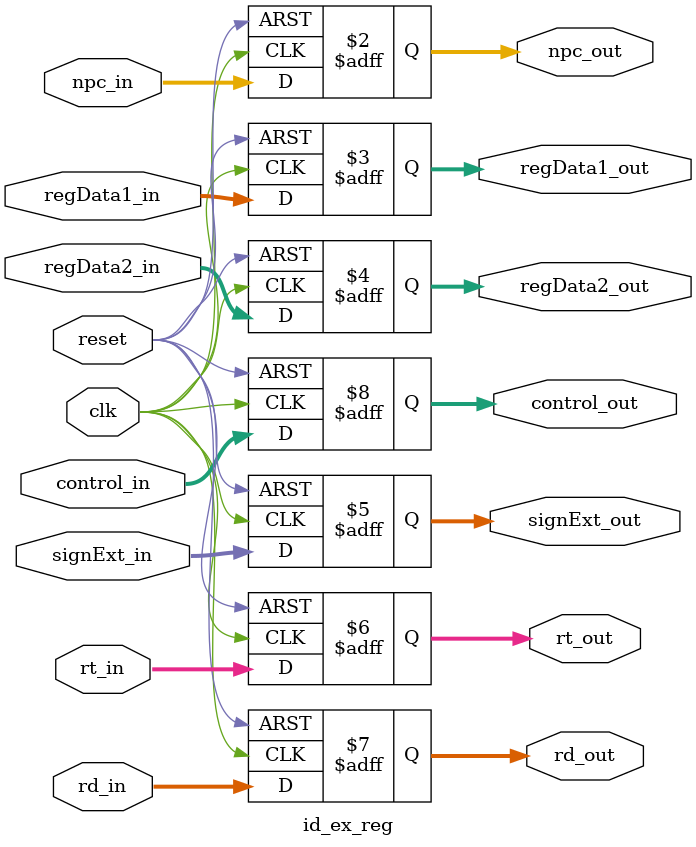
<source format=v>
module id_ex_reg(
    input         clk,
    input         reset,
    input  [31:0] npc_in,
    input  [31:0] regData1_in,
    input  [31:0] regData2_in,
    input  [31:0] signExt_in,
    input  [4:0]  rt_in,
    input  [4:0]  rd_in,
    input  [8:0]  control_in,
    output reg [31:0] npc_out,
    output reg [31:0] regData1_out,
    output reg [31:0] regData2_out,
    output reg [31:0] signExt_out,
    output reg [4:0]  rt_out,
    output reg [4:0]  rd_out,
    output reg [8:0]  control_out
);
    always @(posedge clk or posedge reset) begin
        if (reset) begin
            npc_out      <= 32'd0;
            regData1_out <= 32'd0;
            regData2_out <= 32'd0;
            signExt_out  <= 32'd0;
            rt_out       <= 5'd0;
            rd_out       <= 5'd0;
            control_out  <= 9'd0;
        end else begin
            npc_out      <= npc_in;
            regData1_out <= regData1_in;
            regData2_out <= regData2_in;
            signExt_out  <= signExt_in;
            rt_out       <= rt_in;
            rd_out       <= rd_in;
            control_out  <= control_in;
        end
    end
endmodule

</source>
